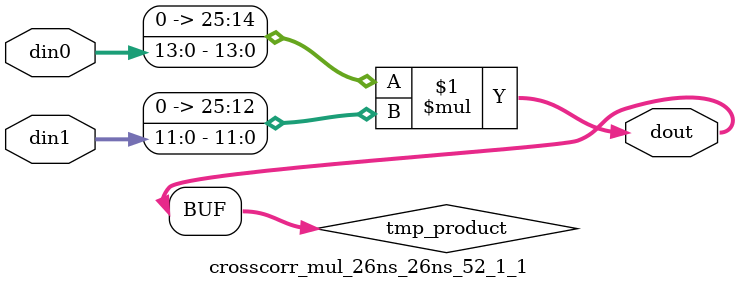
<source format=v>

`timescale 1 ns / 1 ps

 module crosscorr_mul_26ns_26ns_52_1_1(din0, din1, dout);
parameter ID = 1;
parameter NUM_STAGE = 0;
parameter din0_WIDTH = 14;
parameter din1_WIDTH = 12;
parameter dout_WIDTH = 26;

input [din0_WIDTH - 1 : 0] din0; 
input [din1_WIDTH - 1 : 0] din1; 
output [dout_WIDTH - 1 : 0] dout;

wire signed [dout_WIDTH - 1 : 0] tmp_product;
























assign tmp_product = $signed({1'b0, din0}) * $signed({1'b0, din1});











assign dout = tmp_product;





















endmodule

</source>
